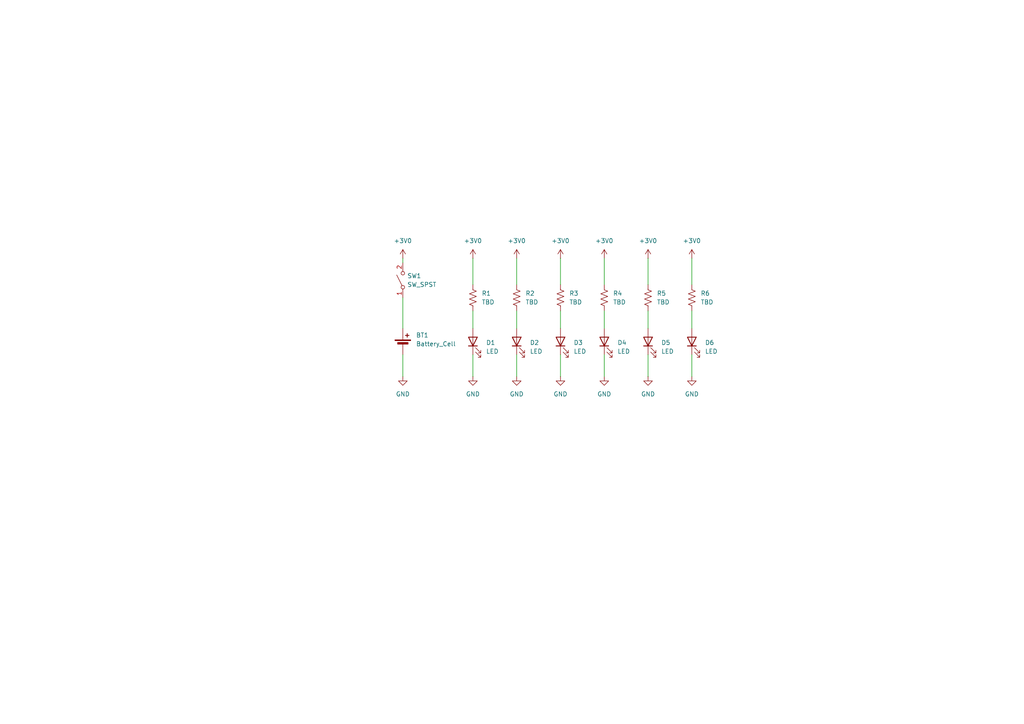
<source format=kicad_sch>
(kicad_sch (version 20250114) (generator "eeschema") (generator_version "9.0")
  (paper "A4")
  (title_block (title "knit_yarn_SAO") (date "2025-05-10") (rev "r0.1") (company "Boris Nimcevic"))
  (lib_symbols
    (symbol "Device:Battery_Cell" (pin_numbers (hide yes)) (pin_names (offset 0) (hide yes))
      (property "Reference" "BT" (at 2.54 2.54 0))
      (property "Value" "Battery_Cell" (at 2.54 0 0))
      (symbol "Battery_Cell_0_1"
        (rectangle (start -2.286 1.778) (end 2.286 1.524) (fill (type outline)))
        (rectangle (start -1.524 1.016) (end 1.524 0.508) (fill (type outline)))
        (polyline (pts (xy 0 1.778) (xy 0 2.54)))
        (polyline (pts (xy 0 0.762) (xy 0 0)))
        (polyline (pts (xy 0.762 3.048) (xy 1.778 3.048)) (stroke (width 0.254)))
        (polyline (pts (xy 1.27 3.556) (xy 1.27 2.54)) (stroke (width 0.254)))
      )
      (symbol "Battery_Cell_1_1"
        (pin passive line (at 0 5.08 270) (length 2.54) (name "+") (number "1"))
        (pin passive line (at 0 -2.54 90) (length 2.54) (name "-") (number "2"))
      )
    )
    (symbol "Device:LED" (pin_numbers (hide yes)) (pin_names (offset 1.016) (hide yes))
      (property "Reference" "D" (at 0 2.54 0))
      (property "Value" "LED" (at 0 -2.54 0))
      (symbol "LED_0_1"
        (polyline (pts (xy -3.048 -0.762) (xy -4.572 -2.286) (xy -3.81 -2.286) (xy -4.572 -2.286) (xy -4.572 -1.524)))
        (polyline (pts (xy -1.778 -0.762) (xy -3.302 -2.286) (xy -2.54 -2.286) (xy -3.302 -2.286) (xy -3.302 -1.524)))
        (polyline (pts (xy -1.27 0) (xy 1.27 0)))
        (polyline (pts (xy -1.27 -1.27) (xy -1.27 1.27)) (stroke (width 0.254)))
        (polyline (pts (xy 1.27 -1.27) (xy 1.27 1.27) (xy -1.27 0) (xy 1.27 -1.27)) (stroke (width 0.254)))
      )
      (symbol "LED_1_1"
        (pin passive line (at -3.81 0 0) (length 2.54) (name "K") (number "1"))
        (pin passive line (at 3.81 0 180) (length 2.54) (name "A") (number "2"))
      )
    )
    (symbol "Device:R_US" (pin_numbers (hide yes)) (pin_names (offset 0))
      (property "Reference" "R" (at 2.54 0 90))
      (property "Value" "R_US" (at -2.54 0 90))
      (symbol "R_US_0_1"
        (polyline (pts (xy 0 2.286) (xy 0 2.54)))
        (polyline (pts (xy 0 2.286) (xy 1.016 1.905) (xy 0 1.524) (xy -1.016 1.143) (xy 0 0.762)))
        (polyline (pts (xy 0 0.762) (xy 1.016 0.381) (xy 0 0) (xy -1.016 -0.381) (xy 0 -0.762)))
        (polyline (pts (xy 0 -0.762) (xy 1.016 -1.143) (xy 0 -1.524) (xy -1.016 -1.905) (xy 0 -2.286)))
        (polyline (pts (xy 0 -2.286) (xy 0 -2.54)))
      )
      (symbol "R_US_1_1"
        (pin passive line (at 0 3.81 270) (length 1.27) (name "~") (number "1"))
        (pin passive line (at 0 -3.81 90) (length 1.27) (name "~") (number "2"))
      )
    )
    (symbol "Switch:SW_SPST" (pin_names (offset 0) (hide yes))
      (property "Reference" "SW" (at 0 3.175 0))
      (property "Value" "SW_SPST" (at 0 -2.54 0))
      (symbol "SW_SPST_0_0"
        (circle (center -2.032 0) (radius 0.508))
        (polyline (pts (xy -1.524 0.254) (xy 1.524 1.778)))
        (circle (center 2.032 0) (radius 0.508))
      )
      (symbol "SW_SPST_1_1"
        (pin passive line (at -5.08 0 0) (length 2.54) (name "A") (number "1"))
        (pin passive line (at 5.08 0 180) (length 2.54) (name "B") (number "2"))
      )
    )
    (symbol "power:+3V0" (power) (pin_numbers (hide yes)) (pin_names (offset 0) (hide yes))
      (property "Value" "+3V0" (at 0 3.556 0))
      (symbol "+3V0_0_1"
        (polyline (pts (xy -0.762 1.27) (xy 0 2.54)))
        (polyline (pts (xy 0 2.54) (xy 0.762 1.27)))
        (polyline (pts (xy 0 0) (xy 0 2.54)))
      )
      (symbol "+3V0_1_1"
        (pin power_in line (at 0 0 90) (length 0) (name "~") (number "1"))
      )
    )
    (symbol "power:GND" (power) (pin_numbers (hide yes)) (pin_names (offset 0) (hide yes))
      (property "Value" "GND" (at 0 -3.81 0))
      (symbol "GND_0_1"
        (polyline (pts (xy 0 0) (xy 0 -1.27) (xy 1.27 -1.27) (xy 0 -2.54) (xy -1.27 -1.27) (xy 0 -1.27)))
      )
      (symbol "GND_1_1"
        (pin power_in line (at 0 0 270) (length 0) (name "~") (number "1"))
      )
    )
  )
  (wire (pts (xy 187.96 102.87) (xy 187.96 109.22)))
  (wire (pts (xy 116.84 102.87) (xy 116.84 109.22)))
  (wire (pts (xy 175.26 102.87) (xy 175.26 109.22)))
  (wire (pts (xy 162.56 102.87) (xy 162.56 109.22)))
  (wire (pts (xy 187.96 74.93) (xy 187.96 82.55)))
  (wire (pts (xy 162.56 90.17) (xy 162.56 95.25)))
  (wire (pts (xy 200.66 74.93) (xy 200.66 82.55)))
  (wire (pts (xy 175.26 74.93) (xy 175.26 82.55)))
  (wire (pts (xy 175.26 90.17) (xy 175.26 95.25)))
  (wire (pts (xy 200.66 102.87) (xy 200.66 109.22)))
  (wire (pts (xy 116.84 74.93) (xy 116.84 76.2)))
  (wire (pts (xy 137.16 102.87) (xy 137.16 109.22)))
  (wire (pts (xy 162.56 74.93) (xy 162.56 82.55)))
  (wire (pts (xy 137.16 74.93) (xy 137.16 82.55)))
  (wire (pts (xy 149.86 102.87) (xy 149.86 109.22)))
  (wire (pts (xy 116.84 86.36) (xy 116.84 95.25)))
  (wire (pts (xy 149.86 90.17) (xy 149.86 95.25)))
  (wire (pts (xy 200.66 90.17) (xy 200.66 95.25)))
  (wire (pts (xy 137.16 90.17) (xy 137.16 95.25)))
  (wire (pts (xy 149.86 74.93) (xy 149.86 82.55)))
  (wire (pts (xy 187.96 90.17) (xy 187.96 95.25)))
  (symbol (lib_id "power:+3V0") (at 149.86 74.93 0) (unit 1)
    (property "Reference" "#PWR03" (effects (hide yes)))
    (property "Value" "+3V0" (at 149.86 69.85 0))
    (property "Description" "Power symbol creates a global label with name \"+3V0\"" (effects (hide yes)))
  )
  (symbol (lib_id "power:GND") (at 116.84 109.22 0) (unit 1)
    (property "Reference" "#PWR06" (effects (hide yes)))
    (property "Value" "GND" (at 116.84 114.3 0))
    (property "Description" "Power symbol creates a global label with name \"GND\" , ground" (effects (hide yes)))
  )
  (symbol (lib_id "Device:R_US") (at 137.16 86.36 0) (unit 1)
    (property "Reference" "R1" (at 139.7 85.0899 0) (effects (justify left)))
    (property "Value" "TBD" (at 139.7 87.6299 0) (effects (justify left)))
    (property "Footprint" "Resistor_SMD:R_0603_1608Metric_Pad0.98x0.95mm_HandSolder" (effects (hide yes)))
    (property "Description" "Resistor, US symbol" (effects (hide yes)))
  )
  (symbol (lib_id "power:GND") (at 149.86 109.22 0) (unit 1)
    (property "Reference" "#PWR08" (effects (hide yes)))
    (property "Value" "GND" (at 149.86 114.3 0))
    (property "Description" "Power symbol creates a global label with name \"GND\" , ground" (effects (hide yes)))
  )
  (symbol (lib_id "Device:LED") (at 175.26 99.06 90) (unit 1)
    (property "Reference" "D4" (at 179.07 99.3774 90) (effects (justify right)))
    (property "Value" "LED" (at 179.07 101.9174 90) (effects (justify right)))
    (property "Footprint" "LED_SMD:LED_0603_1608Metric_Pad1.05x0.95mm_HandSolder" (effects (hide yes)))
    (property "Description" "Light emitting diode" (effects (hide yes)))
    (property "Sim.Pins" "1=K 2=A" (effects (hide yes)))
  )
  (symbol (lib_id "Device:LED") (at 137.16 99.06 90) (unit 1)
    (property "Reference" "D1" (at 140.97 99.3774 90) (effects (justify right)))
    (property "Value" "LED" (at 140.97 101.9174 90) (effects (justify right)))
    (property "Footprint" "LED_SMD:LED_0603_1608Metric_Pad1.05x0.95mm_HandSolder" (effects (hide yes)))
    (property "Description" "Light emitting diode" (effects (hide yes)))
    (property "Sim.Pins" "1=K 2=A" (effects (hide yes)))
  )
  (symbol (lib_id "Device:R_US") (at 187.96 86.36 0) (unit 1)
    (property "Reference" "R5" (at 190.5 85.0899 0) (effects (justify left)))
    (property "Value" "TBD" (at 190.5 87.6299 0) (effects (justify left)))
    (property "Footprint" "Resistor_SMD:R_0603_1608Metric_Pad0.98x0.95mm_HandSolder" (effects (hide yes)))
    (property "Description" "Resistor, US symbol" (effects (hide yes)))
  )
  (symbol (lib_id "Device:LED") (at 149.86 99.06 90) (unit 1)
    (property "Reference" "D2" (at 153.67 99.3774 90) (effects (justify right)))
    (property "Value" "LED" (at 153.67 101.9174 90) (effects (justify right)))
    (property "Footprint" "LED_SMD:LED_0603_1608Metric_Pad1.05x0.95mm_HandSolder" (effects (hide yes)))
    (property "Description" "Light emitting diode" (effects (hide yes)))
    (property "Sim.Pins" "1=K 2=A" (effects (hide yes)))
  )
  (symbol (lib_id "power:+3V0") (at 137.16 74.93 0) (unit 1)
    (property "Reference" "#PWR02" (effects (hide yes)))
    (property "Value" "+3V0" (at 137.16 69.85 0))
    (property "Description" "Power symbol creates a global label with name \"+3V0\"" (effects (hide yes)))
  )
  (symbol (lib_id "Device:R_US") (at 149.86 86.36 0) (unit 1)
    (property "Reference" "R2" (at 152.4 85.0899 0) (effects (justify left)))
    (property "Value" "TBD" (at 152.4 87.6299 0) (effects (justify left)))
    (property "Footprint" "Resistor_SMD:R_0603_1608Metric_Pad0.98x0.95mm_HandSolder" (effects (hide yes)))
    (property "Description" "Resistor, US symbol" (effects (hide yes)))
  )
  (symbol (lib_id "power:+3V0") (at 200.66 74.93 0) (unit 1)
    (property "Reference" "#PWR013" (effects (hide yes)))
    (property "Value" "+3V0" (at 200.66 69.85 0))
    (property "Description" "Power symbol creates a global label with name \"+3V0\"" (effects (hide yes)))
  )
  (symbol (lib_id "power:GND") (at 187.96 109.22 0) (unit 1)
    (property "Reference" "#PWR012" (effects (hide yes)))
    (property "Value" "GND" (at 187.96 114.3 0))
    (property "Description" "Power symbol creates a global label with name \"GND\" , ground" (effects (hide yes)))
  )
  (symbol (lib_id "Device:LED") (at 200.66 99.06 90) (unit 1)
    (property "Reference" "D6" (at 204.47 99.3774 90) (effects (justify right)))
    (property "Value" "LED" (at 204.47 101.9174 90) (effects (justify right)))
    (property "Footprint" "LED_SMD:LED_0603_1608Metric_Pad1.05x0.95mm_HandSolder" (effects (hide yes)))
    (property "Description" "Light emitting diode" (effects (hide yes)))
    (property "Sim.Pins" "1=K 2=A" (effects (hide yes)))
  )
  (symbol (lib_id "power:GND") (at 162.56 109.22 0) (unit 1)
    (property "Reference" "#PWR09" (effects (hide yes)))
    (property "Value" "GND" (at 162.56 114.3 0))
    (property "Description" "Power symbol creates a global label with name \"GND\" , ground" (effects (hide yes)))
  )
  (symbol (lib_id "Device:LED") (at 162.56 99.06 90) (unit 1)
    (property "Reference" "D3" (at 166.37 99.3774 90) (effects (justify right)))
    (property "Value" "LED" (at 166.37 101.9174 90) (effects (justify right)))
    (property "Footprint" "LED_SMD:LED_0603_1608Metric_Pad1.05x0.95mm_HandSolder" (effects (hide yes)))
    (property "Description" "Light emitting diode" (effects (hide yes)))
    (property "Sim.Pins" "1=K 2=A" (effects (hide yes)))
  )
  (symbol (lib_id "power:+3V0") (at 116.84 74.93 0) (unit 1)
    (property "Reference" "#PWR01" (effects (hide yes)))
    (property "Value" "+3V0" (at 116.84 69.85 0))
    (property "Description" "Power symbol creates a global label with name \"+3V0\"" (effects (hide yes)))
  )
  (symbol (lib_id "Device:R_US") (at 162.56 86.36 0) (unit 1)
    (property "Reference" "R3" (at 165.1 85.0899 0) (effects (justify left)))
    (property "Value" "TBD" (at 165.1 87.6299 0) (effects (justify left)))
    (property "Footprint" "Resistor_SMD:R_0603_1608Metric_Pad0.98x0.95mm_HandSolder" (effects (hide yes)))
    (property "Description" "Resistor, US symbol" (effects (hide yes)))
  )
  (symbol (lib_id "power:GND") (at 200.66 109.22 0) (unit 1)
    (property "Reference" "#PWR014" (effects (hide yes)))
    (property "Value" "GND" (at 200.66 114.3 0))
    (property "Description" "Power symbol creates a global label with name \"GND\" , ground" (effects (hide yes)))
  )
  (symbol (lib_id "power:+3V0") (at 162.56 74.93 0) (unit 1)
    (property "Reference" "#PWR04" (effects (hide yes)))
    (property "Value" "+3V0" (at 162.56 69.85 0))
    (property "Description" "Power symbol creates a global label with name \"+3V0\"" (effects (hide yes)))
  )
  (symbol (lib_id "Device:Battery_Cell") (at 116.84 100.33 0) (unit 1)
    (property "Reference" "BT1" (at 120.65 97.2184 0) (effects (justify left)))
    (property "Value" "Battery_Cell" (at 120.65 99.7584 0) (effects (justify left)))
    (property "Footprint" "Battery:BatteryHolder_Keystone_3002_1x2032" (effects (hide yes)))
    (property "Description" "Single-cell battery" (effects (hide yes)))
  )
  (symbol (lib_id "power:+3V0") (at 175.26 74.93 0) (unit 1)
    (property "Reference" "#PWR05" (effects (hide yes)))
    (property "Value" "+3V0" (at 175.26 69.85 0))
    (property "Description" "Power symbol creates a global label with name \"+3V0\"" (effects (hide yes)))
  )
  (symbol (lib_id "power:GND") (at 137.16 109.22 0) (unit 1)
    (property "Reference" "#PWR07" (effects (hide yes)))
    (property "Value" "GND" (at 137.16 114.3 0))
    (property "Description" "Power symbol creates a global label with name \"GND\" , ground" (effects (hide yes)))
  )
  (symbol (lib_id "power:GND") (at 175.26 109.22 0) (unit 1)
    (property "Reference" "#PWR010" (effects (hide yes)))
    (property "Value" "GND" (at 175.26 114.3 0))
    (property "Description" "Power symbol creates a global label with name \"GND\" , ground" (effects (hide yes)))
  )
  (symbol (lib_id "Device:R_US") (at 200.66 86.36 0) (unit 1)
    (property "Reference" "R6" (at 203.2 85.0899 0) (effects (justify left)))
    (property "Value" "TBD" (at 203.2 87.6299 0) (effects (justify left)))
    (property "Footprint" "Resistor_SMD:R_0603_1608Metric_Pad0.98x0.95mm_HandSolder" (effects (hide yes)))
    (property "Description" "Resistor, US symbol" (effects (hide yes)))
  )
  (symbol (lib_id "power:+3V0") (at 187.96 74.93 0) (unit 1)
    (property "Reference" "#PWR011" (effects (hide yes)))
    (property "Value" "+3V0" (at 187.96 69.85 0))
    (property "Description" "Power symbol creates a global label with name \"+3V0\"" (effects (hide yes)))
  )
  (symbol (lib_id "Device:LED") (at 187.96 99.06 90) (unit 1)
    (property "Reference" "D5" (at 191.77 99.3774 90) (effects (justify right)))
    (property "Value" "LED" (at 191.77 101.9174 90) (effects (justify right)))
    (property "Footprint" "LED_SMD:LED_0603_1608Metric_Pad1.05x0.95mm_HandSolder" (effects (hide yes)))
    (property "Description" "Light emitting diode" (effects (hide yes)))
    (property "Sim.Pins" "1=K 2=A" (effects (hide yes)))
  )
  (symbol (lib_id "Device:R_US") (at 175.26 86.36 0) (unit 1)
    (property "Reference" "R4" (at 177.8 85.0899 0) (effects (justify left)))
    (property "Value" "TBD" (at 177.8 87.6299 0) (effects (justify left)))
    (property "Footprint" "Resistor_SMD:R_0603_1608Metric_Pad0.98x0.95mm_HandSolder" (effects (hide yes)))
    (property "Description" "Resistor, US symbol" (effects (hide yes)))
  )
  (symbol (lib_id "Switch:SW_SPST") (at 116.84 81.28 90) (unit 1)
    (property "Reference" "SW1" (at 118.11 80.0099 90) (effects (justify right)))
    (property "Value" "SW_SPST" (at 118.11 82.5499 90) (effects (justify right)))
    (property "Footprint" "Boris_Custom:brooch_SW_20mm" (effects (hide yes)))
    (property "Description" "Single Pole Single Throw (SPST) switch" (effects (hide yes)))
  )
)
</source>
